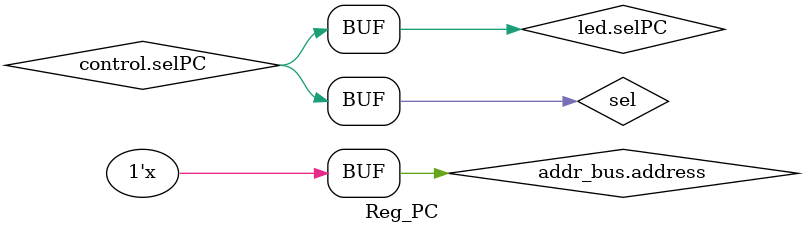
<source format=sv>
/* Author: Jenner Hanni
 * Project: Harry Porter Relay Computer
 * File: Register type for address bus access
 * Address bus inout, ctrl bus in
 * License: MIT http://opensource.org/licenses/MIT
*/

module Reg_PC (Ctrl_Bus control,
               LED_Bus led, 
               Addr_Bus addr_bus);

  parameter N = 16;

  logic [N-1:0] content;
  logic load, sel;

  assign load = control.loadPC;
  assign sel = control.selPC;

  assign led.ldPC = load;
  assign led.selPC = sel;

  always begin
    if (load)
      content = addr_bus.address;
    else if (sel) 
      addr_bus.address = content;
  end

  SixteenBitRegister SixteenBitsRegB (load, sel, content);

endmodule

</source>
